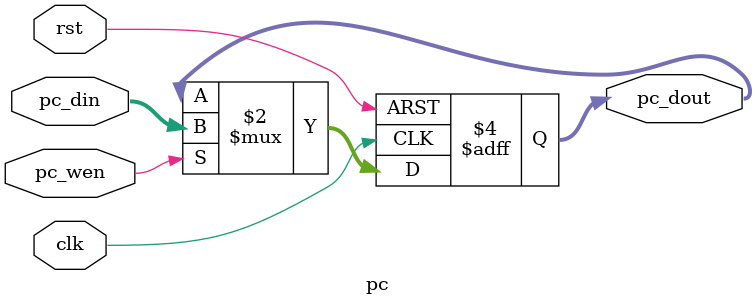
<source format=sv>
module pc (
    input logic clk,
    input logic rst,           // Active high! very smart, very smart
    input logic pc_wen,      // write enable
    input logic [31:0] pc_din, // Next PC value
    output logic [31:0] pc_dout // Current PC value
);

    // Register for storing the program counter value
    always_ff @(posedge clk or posedge rst) begin
        if (rst) begin
            // Reset PC to the default starting address
            pc_dout <= 32'h00000000;
        end
        else if (pc_wen) begin
            // Update PC with the new value when pc_write is asserted
            pc_dout <= pc_din;
        end
    end

endmodule

</source>
